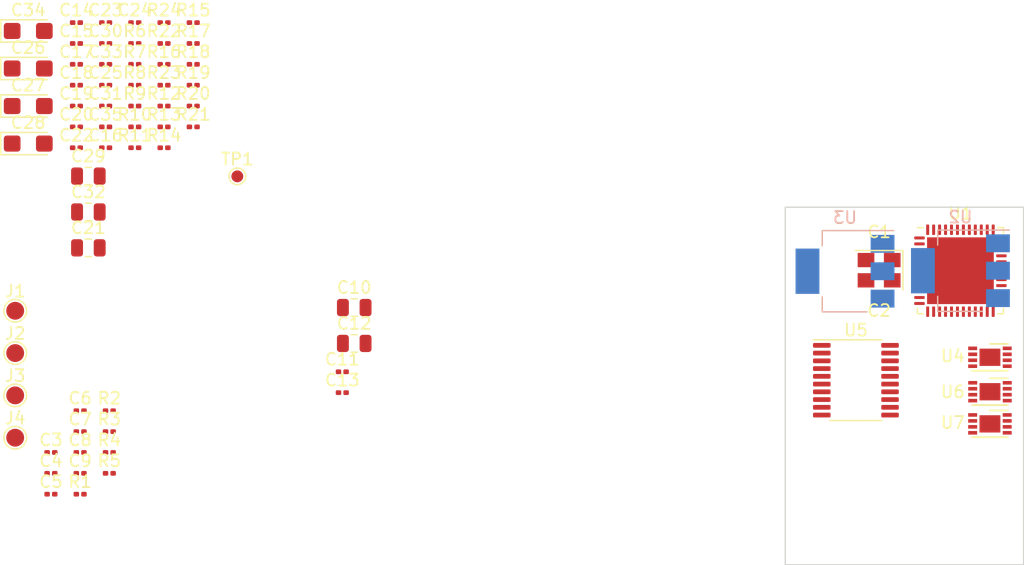
<source format=kicad_pcb>
(kicad_pcb (version 20221018) (generator pcbnew)
  (layers (0 "F.Cu" signal) (31 "B.Cu" signal) (34 "B.Paste" user) (35 "F.Paste" user) (36 "B.SilkS" user "B.Silkscreen") (37 "F.SilkS" user "F.Silkscreen") (38 "B.Mask" user) (39 "F.Mask" user) (44 "Edge.Cuts" user))
  (net 0 "")
  (net 1 "/MCU/X1")
  (net 2 "GND")
  (net 3 "/MCU/X2")
  (net 4 "+3V3")
  (net 5 "/MCU/VDDA")
  (net 6 "VDC")
  (net 7 "+5V")
  (net 8 "Net-(U6A-+)")
  (net 9 "Net-(U6B-+)")
  (net 10 "Net-(C20-Pad1)")
  (net 11 "/Filtering/AUDIO_OUT_FILT")
  (net 12 "/Filtering/AUDIO_IN_FILT")
  (net 13 "Net-(C24-Pad1)")
  (net 14 "Net-(U7B-+)")
  (net 15 "Net-(U4B-+)")
  (net 16 "Net-(U4A-+)")
  (net 17 "/MCU/~{RST}")
  (net 18 "/MCU/SWCLK")
  (net 19 "/MCU/SWDIO")
  (net 20 "/MCU/VERSION_SET")
  (net 21 "/MCU/BOOT0")
  (net 22 "/MCU/PTT_IN")
  (net 23 "/Filtering/AUDIO_OUT")
  (net 24 "/Filtering/AUDIO_IN")
  (net 25 "Net-(C28-Pad1)")
  (net 26 "Net-(U7A--)")
  (net 27 "/Filtering/BASEBAND_IN")
  (net 28 "VDD")
  (net 29 "/MCU/BASEBAND_IN_FILT")
  (net 30 "/MCU/AUDIO_IN_FILT")
  (net 31 "/MCU/BASEBAND_OUT")
  (net 32 "/MCU/AUDIO_OUT")
  (net 33 "/MCU/AUDIO_OUT_MUTE")
  (net 34 "/MCU/MCU_TX")
  (net 35 "/MCU/MCU_RX")
  (net 36 "/MCU/PTT_OUT")
  (net 37 "Net-(U4A--)")
  (net 38 "/Filtering/BASEBAND_IN_FILT")
  (net 39 "Net-(U7B--)")
  (net 40 "/Filtering/I2C_SCL")
  (net 41 "/Filtering/I2C_SDA")
  (net 42 "/Filtering/BASEBAND_OUT")
  (net 43 "/Filtering/BASEBAND_OUT_FILT")
  (net 44 "Net-(C14-Pad1)")
  (net 45 "Net-(C15-Pad1)")
  (net 46 "Net-(C16-Pad2)")
  (net 47 "Net-(C19-Pad1)")
  (net 48 "Net-(U5A-P0A)")
  (net 49 "Net-(U5B-P1A)")
  (net 50 "Net-(U5A-P0W)")
  (net 51 "Net-(U5B-P1W)")
  (net 52 "Net-(C26-Pad1)")
  (net 53 "Net-(C27-Pad2)")
  (net 54 "Net-(C29-Pad1)")
  (net 55 "Net-(C31-Pad1)")
  (net 56 "Net-(U1-PC13)")
  (net 57 "Net-(U5D-P3A)")
  (net 58 "Net-(U5D-P3B)")
  (net 59 "Net-(U5E-~{RESET})")
  (net 89 "Net-(U5C-P2W)")
  (footprint "Resistor_SMD:R_0201_0603Metric" (layer "F.Cu") (at 127.87 43.26)
    (fp_text reference "R13" (at 0 -1.05) (layer "F.SilkS"))
    (fp_text value "39k")
    (pad "1" smd roundrect (at -0.32 0) (size 0.46 0.4) (layers "F.Cu" "F.Mask") (net 46 "Net-(C16-Pad2)"))
    (pad "2" smd roundrect (at 0.32 0) (size 0.46 0.4) (layers "F.Cu" "F.Mask") (net 13 "Net-(C24-Pad1)"))
  )
  (footprint "Capacitor_SMD:C_0201_0603Metric" (layer "F.Cu") (at 120.52 41.51)
    (fp_text reference "C19" (at 0 -1.05) (layer "F.SilkS"))
    (fp_text value "10n")
    (pad "1" smd roundrect (at -0.32 0) (size 0.46 0.4) (layers "F.Cu" "F.Mask") (net 47 "Net-(C19-Pad1)"))
    (pad "2" smd roundrect (at 0.32 0) (size 0.46 0.4) (layers "F.Cu" "F.Mask") (net 48 "Net-(U5A-P0A)"))
  )
  (footprint "Capacitor_SMD:C_0201_0603Metric" (layer "F.Cu") (at 122.97 41.51)
    (fp_text reference "C31" (at 0 -1.05) (layer "F.SilkS"))
    (fp_text value "10n")
    (pad "1" smd roundrect (at -0.32 0) (size 0.46 0.4) (layers "F.Cu" "F.Mask") (net 55 "Net-(C31-Pad1)"))
    (pad "2" smd roundrect (at 0.32 0) (size 0.46 0.4) (layers "F.Cu" "F.Mask") (net 39 "Net-(U7B--)"))
  )
  (footprint "Capacitor_Tantalum_SMD:CP_EIA-3216-18_Kemet-A" (layer "F.Cu") (at 116.475 44.66)
    (fp_text reference "C28" (at 0 -1.75) (layer "F.SilkS"))
    (fp_text value "22u")
    (fp_line (start -2.31 -0.935) (end -2.31 0.935) (stroke (width 0.12)) (layer "F.SilkS"))
    (fp_line (start -2.31 0.935) (end 1.6 0.935) (stroke (width 0.12)) (layer "F.SilkS"))
    (fp_line (start 1.6 -0.935) (end -2.31 -0.935) (stroke (width 0.12)) (layer "F.SilkS"))
    (pad "1" smd roundrect (at -1.35 0) (size 1.4 1.35) (layers "F.Cu" "F.Paste" "F.Mask") (roundrect_rratio 0.185185) (net 25 "Net-(C28-Pad1)"))
    (pad "2" smd roundrect (at 1.35 0) (size 1.4 1.35) (layers "F.Cu" "F.Paste" "F.Mask") (roundrect_rratio 0.185185) (net 2 "GND"))
  )
  (footprint "Resistor_SMD:R_0201_0603Metric" (layer "F.Cu") (at 120.83 74.08)
    (fp_text reference "R1" (at 0 -1.05) (layer "F.SilkS"))
    (fp_text value "36k")
    (pad "1" smd roundrect (at -0.32 0) (size 0.46 0.4) (layers "F.Cu" "F.Mask") (net 20 "/MCU/VERSION_SET"))
    (pad "2" smd roundrect (at 0.32 0) (size 0.46 0.4) (layers "F.Cu" "F.Mask") (net 4 "+3V3"))
  )
  (footprint "Resistor_SMD:R_0201_0603Metric" (layer "F.Cu") (at 125.42 43.26)
    (fp_text reference "R10" (at 0 -1.05) (layer "F.SilkS"))
    (fp_text value "7k5")
    (pad "1" smd roundrect (at -0.32 0) (size 0.46 0.4) (layers "F.Cu" "F.Mask") (net 47 "Net-(C19-Pad1)"))
    (pad "2" smd roundrect (at 0.32 0) (size 0.46 0.4) (layers "F.Cu" "F.Mask") (net 8 "Net-(U6A-+)"))
  )
  (footprint "Resistor_SMD:R_0201_0603Metric" (layer "F.Cu") (at 123.28 72.33)
    (fp_text reference "R5" (at 0 -1.05) (layer "F.SilkS"))
    (fp_text value "10R")
    (pad "1" smd roundrect (at -0.32 0) (size 0.46 0.4) (layers "F.Cu" "F.Mask") (net 5 "/MCU/VDDA"))
    (pad "2" smd roundrect (at 0.32 0) (size 0.46 0.4) (layers "F.Cu" "F.Mask") (net 4 "+3V3"))
  )
  (footprint "Resistor_SMD:R_0201_0603Metric" (layer "F.Cu") (at 130.32 41.51)
    (fp_text reference "R20" (at 0 -1.05) (layer "F.SilkS"))
    (fp_text value "22k")
    (pad "1" smd roundrect (at -0.32 0) (size 0.46 0.4) (layers "F.Cu" "F.Mask") (net 28 "VDD"))
    (pad "2" smd roundrect (at 0.32 0) (size 0.46 0.4) (layers "F.Cu" "F.Mask") (net 25 "Net-(C28-Pad1)"))
  )
  (footprint "Resistor_SMD:R_0201_0603Metric" (layer "F.Cu") (at 127.87 38.01)
    (fp_text reference "R16" (at 0 -1.05) (layer "F.SilkS"))
    (fp_text value "10k")
    (pad "1" smd roundrect (at -0.32 0) (size 0.46 0.4) (layers "F.Cu" "F.Mask") (net 4 "+3V3"))
    (pad "2" smd roundrect (at 0.32 0) (size 0.46 0.4) (layers "F.Cu" "F.Mask") (net 59 "Net-(U5E-~{RESET})"))
  )
  (footprint "Resistor_SMD:R_0201_0603Metric" (layer "F.Cu") (at 130.32 38.01)
    (fp_text reference "R18" (at 0 -1.05) (layer "F.SilkS"))
    (fp_text value "0")
    (pad "1" smd roundrect (at -0.32 0) (size 0.46 0.4) (layers "F.Cu" "F.Mask") (net 27 "/Filtering/BASEBAND_IN"))
    (pad "2" smd roundrect (at 0.32 0) (size 0.46 0.4) (layers "F.Cu" "F.Mask") (net 53 "Net-(C27-Pad2)"))
  )
  (footprint "Resistor_SMD:R_0201_0603Metric" (layer "F.Cu") (at 125.42 41.51)
    (fp_text reference "R9" (at 0 -1.05) (layer "F.SilkS"))
    (fp_text value "13k")
    (pad "1" smd roundrect (at -0.32 0) (size 0.46 0.4) (layers "F.Cu" "F.Mask") (net 45 "Net-(C15-Pad1)"))
    (pad "2" smd roundrect (at 0.32 0) (size 0.46 0.4) (layers "F.Cu" "F.Mask") (net 10 "Net-(C20-Pad1)"))
  )
  (footprint "Resistor_SMD:R_0201_0603Metric" (layer "F.Cu") (at 123.28 70.58)
    (fp_text reference "R4" (at 0 -1.05) (layer "F.SilkS"))
    (fp_text value "10k")
    (pad "1" smd roundrect (at -0.32 0) (size 0.46 0.4) (layers "F.Cu" "F.Mask") (net 22 "/MCU/PTT_IN"))
    (pad "2" smd roundrect (at 0.32 0) (size 0.46 0.4) (layers "F.Cu" "F.Mask") (net 56 "Net-(U1-PC13)"))
  )
  (footprint "Capacitor_SMD:C_0201_0603Metric" (layer "F.Cu") (at 120.52 38.01)
    (fp_text reference "C17" (at 0 -1.05) (layer "F.SilkS"))
    (fp_text value "1n5")
    (pad "1" smd roundrect (at -0.32 0) (size 0.46 0.4) (layers "F.Cu" "F.Mask") (net 8 "Net-(U6A-+)"))
    (pad "2" smd roundrect (at 0.32 0) (size 0.46 0.4) (layers "F.Cu" "F.Mask") (net 2 "GND"))
  )
  (footprint "Capacitor_SMD:C_0201_0603Metric" (layer "F.Cu") (at 120.83 68.83)
    (fp_text reference "C7" (at 0 -1.05) (layer "F.SilkS"))
    (fp_text value "100n")
    (pad "1" smd roundrect (at -0.32 0) (size 0.46 0.4) (layers "F.Cu" "F.Mask") (net 4 "+3V3"))
    (pad "2" smd roundrect (at 0.32 0) (size 0.46 0.4) (layers "F.Cu" "F.Mask") (net 2 "GND"))
  )
  (footprint "Capacitor_Tantalum_SMD:CP_EIA-3216-18_Kemet-A" (layer "F.Cu") (at 116.475 35.21)
    (fp_text reference "C34" (at 0 -1.75) (layer "F.SilkS"))
    (fp_text value "22u")
    (fp_line (start -2.31 -0.935) (end -2.31 0.935) (stroke (width 0.12)) (layer "F.SilkS"))
    (fp_line (start -2.31 0.935) (end 1.6 0.935) (stroke (width 0.12)) (layer "F.SilkS"))
    (fp_line (start 1.6 -0.935) (end -2.31 -0.935) (stroke (width 0.12)) (layer "F.SilkS"))
    (pad "1" smd roundrect (at -1.35 0) (size 1.4 1.35) (layers "F.Cu" "F.Paste" "F.Mask") (roundrect_rratio 0.185185) (net 39 "Net-(U7B--)"))
    (pad "2" smd roundrect (at 1.35 0) (size 1.4 1.35) (layers "F.Cu" "F.Paste" "F.Mask") (roundrect_rratio 0.185185) (net 43 "/Filtering/BASEBAND_OUT_FILT"))
  )
  (footprint "Capacitor_SMD:C_0201_0603Metric" (layer "F.Cu") (at 142.83 65.56)
    (fp_text reference "C13" (at 0 -1.05) (layer "F.SilkS"))
    (fp_text value "100n")
    (pad "1" smd roundrect (at -0.32 0) (size 0.46 0.4) (layers "F.Cu" "F.Mask") (net 7 "+5V"))
    (pad "2" smd roundrect (at 0.32 0) (size 0.46 0.4) (layers "F.Cu" "F.Mask") (net 2 "GND"))
  )
  (footprint "Resistor_SMD:R_0201_0603Metric" (layer "F.Cu") (at 130.32 43.26)
    (fp_text reference "R21" (at 0 -1.05) (layer "F.SilkS"))
    (fp_text value "22k")
    (pad "1" smd roundrect (at -0.32 0) (size 0.46 0.4) (layers "F.Cu" "F.Mask") (net 25 "Net-(C28-Pad1)"))
    (pad "2" smd roundrect (at 0.32 0) (size 0.46 0.4) (layers "F.Cu" "F.Mask") (net 2 "GND"))
  )
  (footprint "Capacitor_SMD:C_0201_0603Metric" (layer "F.Cu") (at 125.42 34.51)
    (fp_text reference "C24" (at 0 -1.05) (layer "F.SilkS"))
    (fp_text value "10n")
    (pad "1" smd roundrect (at -0.32 0) (size 0.46 0.4) (layers "F.Cu" "F.Mask") (net 13 "Net-(C24-Pad1)"))
    (pad "2" smd roundrect (at 0.32 0) (size 0.46 0.4) (layers "F.Cu" "F.Mask") (net 2 "GND"))
  )
  (footprint "Resistor_SMD:R_0201_0603Metric" (layer "F.Cu") (at 127.87 34.51)
    (fp_text reference "R24" (at 0 -1.05) (layer "F.SilkS"))
    (fp_text value "3k9")
    (pad "1" smd roundrect (at -0.32 0) (size 0.46 0.4) (layers "F.Cu" "F.Mask") (net 55 "Net-(C31-Pad1)"))
    (pad "2" smd roundrect (at 0.32 0) (size 0.46 0.4) (layers "F.Cu" "F.Mask") (net 14 "Net-(U7B-+)"))
  )
  (footprint "Resistor_SMD:R_0201_0603Metric" (layer "F.Cu") (at 127.87 45.01)
    (fp_text reference "R14" (at 0 -1.05) (layer "F.SilkS"))
    (fp_text value "3k3")
    (pad "1" smd roundrect (at -0.32 0) (size 0.46 0.4) (layers "F.Cu" "F.Mask") (net 13 "Net-(C24-Pad1)"))
    (pad "2" smd roundrect (at 0.32 0) (size 0.46 0.4) (layers "F.Cu" "F.Mask") (net 57 "Net-(U5D-P3A)"))
  )
  (footprint "Resistor_SMD:R_0201_0603Metric" (layer "F.Cu") (at 125.42 39.76)
    (fp_text reference "R8" (at 0 -1.05) (layer "F.SilkS"))
    (fp_text value "13k")
    (pad "1" smd roundrect (at -0.32 0) (size 0.46 0.4) (layers "F.Cu" "F.Mask") (net 44 "Net-(C14-Pad1)"))
    (pad "2" smd roundrect (at 0.32 0) (size 0.46 0.4) (layers "F.Cu" "F.Mask") (net 47 "Net-(C19-Pad1)"))
  )
  (footprint "Resistor_SMD:R_0201_0603Metric" (layer "F.Cu") (at 123.28 68.83)
    (fp_text reference "R3" (at 0 -1.05) (layer "F.SilkS"))
    (fp_text value "10k")
    (pad "1" smd roundrect (at -0.32 0) (size 0.46 0.4) (layers "F.Cu" "F.Mask") (net 2 "GND"))
    (pad "2" smd roundrect (at 0.32 0) (size 0.46 0.4) (layers "F.Cu" "F.Mask") (net 21 "/MCU/BOOT0"))
  )
  (footprint "Resistor_SMD:R_0201_0603Metric" (layer "F.Cu") (at 125.42 45.01)
    (fp_text reference "R11" (at 0 -1.05) (layer "F.SilkS"))
    (fp_text value "7k5")
    (pad "1" smd roundrect (at -0.32 0) (size 0.46 0.4) (layers "F.Cu" "F.Mask") (net 10 "Net-(C20-Pad1)"))
    (pad "2" smd roundrect (at 0.32 0) (size 0.46 0.4) (layers "F.Cu" "F.Mask") (net 9 "Net-(U6B-+)"))
  )
  (footprint "Capacitor_Tantalum_SMD:CP_EIA-3216-18_Kemet-A" (layer "F.Cu") (at 116.475 38.36)
    (fp_text reference "C26" (at 0 -1.75) (layer "F.SilkS"))
    (fp_text value "22u")
    (fp_line (start -2.31 -0.935) (end -2.31 0.935) (stroke (width 0.12)) (layer "F.SilkS"))
    (fp_line (start -2.31 0.935) (end 1.6 0.935) (stroke (width 0.12)) (layer "F.SilkS"))
    (fp_line (start 1.6 -0.935) (end -2.31 -0.935) (stroke (width 0.12)) (layer "F.SilkS"))
    (pad "1" smd roundrect (at -1.35 0) (size 1.4 1.35) (layers "F.Cu" "F.Paste" "F.Mask") (roundrect_rratio 0.185185) (net 52 "Net-(C26-Pad1)"))
    (pad "2" smd roundrect (at 1.35 0) (size 1.4 1.35) (layers "F.Cu" "F.Paste" "F.Mask") (roundrect_rratio 0.185185) (net 2 "GND"))
  )
  (footprint "Capacitor_Tantalum_SMD:CP_EIA-3216-18_Kemet-A" (layer "F.Cu") (at 116.475 41.51)
    (fp_text reference "C27" (at 0 -1.75) (layer "F.SilkS"))
    (fp_text value "22u")
    (fp_line (start -2.31 -0.935) (end -2.31 0.935) (stroke (width 0.12)) (layer "F.SilkS"))
    (fp_line (start -2.31 0.935) (end 1.6 0.935) (stroke (width 0.12)) (layer "F.SilkS"))
    (fp_line (start 1.6 -0.935) (end -2.31 -0.935) (stroke (width 0.12)) (layer "F.SilkS"))
    (pad "1" smd roundrect (at -1.35 0) (size 1.4 1.35) (layers "F.Cu" "F.Paste" "F.Mask") (roundrect_rratio 0.185185) (net 16 "Net-(U4A-+)"))
    (pad "2" smd roundrect (at 1.35 0) (size 1.4 1.35) (layers "F.Cu" "F.Paste" "F.Mask") (roundrect_rratio 0.185185) (net 53 "Net-(C27-Pad2)"))
  )
  (footprint "Capacitor_SMD:C_0805_2012Metric" (layer "F.Cu") (at 121.52 50.4)
    (fp_text reference "C32" (at 0 -1.68) (layer "F.SilkS"))
    (fp_text value "680p")
    (fp_line (start -0.261252 -0.735) (end 0.261252 -0.735) (stroke (width 0.12)) (layer "F.SilkS"))
    (fp_line (start -0.261252 0.735) (end 0.261252 0.735) (stroke (width 0.12)) (layer "F.SilkS"))
    (pad "1" smd roundrect (at -0.95 0) (size 1 1.45) (layers "F.Cu" "F.Paste" "F.Mask") (net 14 "Net-(U7B-+)"))
    (pad "2" smd roundrect (at 0.95 0) (size 1 1.45) (layers "F.Cu" "F.Paste" "F.Mask") (net 2 "GND"))
  )
  (footprint "Capacitor_SMD:C_0201_0603Metric" (layer "F.Cu") (at 122.97 34.51)
    (fp_text reference "C23" (at 0 -1.05) (layer "F.SilkS"))
    (fp_text value "220n")
    (pad "1" smd roundrect (at -0.32 0) (size 0.46 0.4) (layers "F.Cu" "F.Mask") (net 51 "Net-(U5B-P1W)"))
    (pad "2" smd roundrect (at 0.32 0) (size 0.46 0.4) (layers "F.Cu" "F.Mask") (net 12 "/Filtering/AUDIO_IN_FILT"))
  )
  (footprint "Capacitor_SMD:C_0201_0603Metric" (layer "F.Cu") (at 122.97 36.26)
    (fp_text reference "C30" (at 0 -1.05) (layer "F.SilkS"))
    (fp_text value "100n")
    (pad "1" smd roundrect (at -0.32 0) (size 0.46 0.4) (layers "F.Cu" "F.Mask") (net 7 "+5V"))
    (pad "2" smd roundrect (at 0.32 0) (size 0.46 0.4) (layers "F.Cu" "F.Mask") (net 2 "GND"))
  )
  (footprint "Resistor_SMD:R_0201_0603Metric" (layer "F.Cu") (at 130.32 36.26)
    (fp_text reference "R17" (at 0 -1.05) (layer "F.SilkS"))
    (fp_text value "22k")
    (pad "1" smd roundrect (at -0.32 0) (size 0.46 0.4) (layers "F.Cu" "F.Mask") (net 16 "Net-(U4A-+)"))
    (pad "2" smd roundrect (at 0.32 0) (size 0.46 0.4) (layers "F.Cu" "F.Mask") (net 25 "Net-(C28-Pad1)"))
  )
  (footprint "Package_DFN_QFN:DFN-8-1EP_3x2mm_P0.5mm_EP1.75x1.45mm" (layer "F.Cu") (at 197.178 65.483)
    (fp_text reference "U6" (at -3.122 0.012) (layer "F.SilkS"))
    (fp_text value "MCP6002" hide)
    (fp_line (start -1.5 1.125) (end 1.5 1.125) (stroke (width 0.15)) (layer "F.SilkS"))
    (fp_line (start 0 -1.125) (end 1.5 -1.125) (stroke (width 0.15)) (layer "F.SilkS"))
    (pad "1" smd rect (at -1.45 -0.75) (size 0.75 0.3) (layers "F.Cu" "F.Paste" "F.Mask") (net 48 "Net-(U5A-P0A)"))
    (pad "2" smd rect (at -1.45 -0.25) (size 0.75 0.3) (layers "F.Cu" "F.Paste" "F.Mask") (net 48 "Net-(U5A-P0A)"))
    (pad "3" smd rect (at -1.45 0.25) (size 0.75 0.3) (layers "F.Cu" "F.Paste" "F.Mask") (net 8 "Net-(U6A-+)"))
    (pad "4" smd rect (at -1.45 0.75) (size 0.75 0.3) (layers "F.Cu" "F.Paste" "F.Mask") (net 2 "GND"))
    (pad "5" smd rect (at 1.45 0.75) (size 0.75 0.3) (layers "F.Cu" "F.Paste" "F.Mask") (net 9 "Net-(U6B-+)"))
    (pad "6" smd rect (at 1.45 0.25) (size 0.75 0.3) (layers "F.Cu" "F.Paste" "F.Mask") (net 49 "Net-(U5B-P1A)"))
    (pad "7" smd rect (at 1.45 -0.25) (size 0.75 0.3) (layers "F.Cu" "F.Paste" "F.Mask") (net 49 "Net-(U5B-P1A)"))
    (pad "8" smd rect (at 1.45 -0.75) (size 0.75 0.3) (layers "F.Cu" "F.Paste" "F.Mask") (net 7 "+5V"))
    (pad "9" smd rect (at 0 0) (size 1.75 1.45) (layers "F.Cu" "F.Mask") (net 2 "GND"))
  )
  (footprint "Resistor_SMD:R_0201_0603Metric" (layer "F.Cu") (at 127.87 36.26)
    (fp_text reference "R22" (at 0 -1.05) (layer "F.SilkS"))
    (fp_text value "3k3")
    (pad "1" smd roundrect (at -0.32 0) (size 0.46 0.4) (layers "F.Cu" "F.Mask") (net 26 "Net-(U7A--)"))
    (pad "2" smd roundrect (at 0.32 0) (size 0.46 0.4) (layers "F.Cu" "F.Mask") (net 54 "Net-(C29-Pad1)"))
  )
  (footprint "TestPoint:TestPoint_Pad_D1.5mm" (layer "F.Cu") (at 115.38 58.69)
    (fp_text reference "J1" (at 0 -1.648) (layer "F.SilkS"))
    (fp_text value "~")
    (fp_circle (center 0 0) (end 0 0.95) (stroke (width 0.12)) (fill none) (layer "F.SilkS"))
    (pad "1" smd circle (at 0 0) (size 1.5 1.5) (layers "F.Cu" "F.Mask") (net 17 "/MCU/~{RST}"))
  )
  (footprint "Capacitor_SMD:C_0201_0603Metric" (layer "F.Cu") (at 118.38 70.58)
    (fp_text reference "C3" (at 0 -1.05) (layer "F.SilkS"))
    (fp_text value "2u2")
    (pad "1" smd roundrect (at -0.32 0) (size 0.46 0.4) (layers "F.Cu" "F.Mask") (net 4 "+3V3"))
    (pad "2" smd roundrect (at 0.32 0) (size 0.46 0.4) (layers "F.Cu" "F.Mask") (net 2 "GND"))
  )
  (footprint "Capacitor_SMD:C_0805_2012Metric" (layer "F.Cu") (at 121.52 47.39)
    (fp_text reference "C29" (at 0 -1.68) (layer "F.SilkS"))
    (fp_text value "10n")
    (fp_line (start -0.261252 -0.735) (end 0.261252 -0.735) (stroke (width 0.12)) (layer "F.SilkS"))
    (fp_line (start -0.261252 0.735) (end 0.261252 0.735) (stroke (width 0.12)) (layer "F.SilkS"))
    (pad "1" smd roundrect (at -0.95 0) (size 1 1.45) (layers "F.Cu" "F.Paste" "F.Mask") (net 54 "Net-(C29-Pad1)"))
    (pad "2" smd roundrect (at 0.95 0) (size 1 1.45) (layers "F.Cu" "F.Paste" "F.Mask") (net 2 "GND"))
  )
  (footprint "Capacitor_SMD:C_0201_0603Metric" (layer "F.Cu") (at 187.876 57.404)
    (fp_text reference "C2" (at 0 1.27) (layer "F.SilkS"))
    (fp_text value "2p2" hide)
    (pad "1" smd roundrect (at -0.32 0) (size 0.46 0.4) (layers "F.Cu" "F.Mask") (net 3 "/MCU/X2"))
    (pad "2" smd roundrect (at 0.32 0) (size 0.46 0.4) (layers "F.Cu" "F.Mask") (net 2 "GND"))
  )
  (footprint "TestPoint:TestPoint_Pad_D1.5mm" (layer "F.Cu") (at 115.38 69.34)
    (fp_text reference "J4" (at 0 -1.648) (layer "F.SilkS"))
    (fp_text value "~")
    (fp_circle (center 0 0) (end 0 0.95) (stroke (width 0.12)) (fill none) (layer "F.SilkS"))
    (pad "1" smd circle (at 0 0) (size 1.5 1.5) (layers "F.Cu" "F.Mask") (net 2 "GND"))
  )
  (footprint "Package_SO:TSSOP-20_4.4x6.5mm_P0.65mm" (layer "F.Cu") (at 185.928 64.516)
    (fp_text reference "U5" (at 0 -4.2) (layer "F.SilkS"))
    (fp_text value "MCP4451-503-ST" hide)
    (fp_line (start 0 -3.385) (end -3.6 -3.385) (stroke (width 0.12)) (layer "F.SilkS"))
    (fp_line (start 0 -3.385) (end 2.2 -3.385) (stroke (width 0.12)) (layer "F.SilkS"))
    (fp_line (start 0 3.385) (end -2.2 3.385) (stroke (width 0.12)) (layer "F.SilkS"))
    (fp_line (start 0 3.385) (end 2.2 3.385) (stroke (width 0.12)) (layer "F.SilkS"))
    (pad "1" smd roundrect (at -2.8625 -2.925) (size 1.475 0.4) (layers "F.Cu" "F.Paste" "F.Mask") (net 57 "Net-(U5D-P3A)"))
    (pad "2" smd roundrect (at -2.8625 -2.275) (size 1.475 0.4) (layers "F.Cu" "F.Paste" "F.Mask") (net 37 "Net-(U4A--)"))
    (pad "3" smd roundrect (at -2.8625 -1.625) (size 1.475 0.4) (layers "F.Cu" "F.Paste" "F.Mask") (net 58 "Net-(U5D-P3B)"))
    (pad "4" smd roundrect (at -2.8625 -0.975) (size 1.475 0.4) (layers "F.Cu" "F.Paste" "F.Mask") (net 2 "GND"))
    (pad "5" smd roundrect (at -2.8625 -0.325) (size 1.475 0.4) (layers "F.Cu" "F.Paste" "F.Mask") (net 40 "/Filtering/I2C_SCL"))
    (pad "6" smd roundrect (at -2.8625 0.325) (size 1.475 0.4) (layers "F.Cu" "F.Paste" "F.Mask") (net 41 "/Filtering/I2C_SDA"))
    (pad "7" smd roundrect (at -2.8625 0.975) (size 1.475 0.4) (layers "F.Cu" "F.Paste" "F.Mask") (net 2 "GND"))
    (pad "8" smd roundrect (at -2.8625 1.625) (size 1.475 0.4) (layers "F.Cu" "F.Paste" "F.Mask") (net 2 "GND"))
    (pad "9" smd roundrect (at -2.8625 2.275) (size 1.475 0.4) (layers "F.Cu" "F.Paste" "F.Mask") (net 51 "Net-(U5B-P1W)"))
    (pad "10" smd roundrect (at -2.8625 2.925) (size 1.475 0.4) (layers "F.Cu" "F.Paste" "F.Mask") (net 49 "Net-(U5B-P1A)"))
    (pad "11" smd roundrect (at 2.8625 2.925) (size 1.475 0.4) (layers "F.Cu" "F.Paste" "F.Mask") (net 48 "Net-(U5A-P0A)"))
    (pad "12" smd roundrect (at 2.8625 2.275) (size 1.475 0.4) (layers "F.Cu" "F.Paste" "F.Mask") (net 50 "Net-(U5A-P0W)"))
    (pad "13" smd roundrect (at 2.8625 1.625) (size 1.475 0.4) (layers "F.Cu" "F.Paste" "F.Mask") (net 2 "GND"))
    (pad "14" smd roundrect (at 2.8625 0.975) (size 1.475 0.4) (layers "F.Cu" "F.Paste" "F.Mask"))
    (pad "15" smd roundrect (at 2.8625 0.325) (size 1.475 0.4) (layers "F.Cu" "F.Paste" "F.Mask") (net 59 "Net-(U5E-~{RESET})"))
    (pad "16" smd roundrect (at 2.8625 -0.325) (size 1.475 0.4) (layers "F.Cu" "F.Paste" "F.Mask") (net 2 "GND"))
    (pad "17" smd roundrect (at 2.8625 -0.975) (size 1.475 0.4) (layers "F.Cu" "F.Paste" "F.Mask") (net 4 "+3V3"))
    (pad "18" smd roundrect (at 2.8625 -1.625) (size 1.475 0.4) (layers "F.Cu" "F.Paste" "F.Mask") (net 2 "GND"))
    (pad "19" smd roundrect (at 2.8625 -2.275) (size 1.475 0.4) (layers "F.Cu" "F.Paste" "F.Mask") (net 89 "Net-(U5C-P2W)"))
    (pad "20" smd roundrect (at 2.8625 -2.925) (size 1.475 0.4) (layers "F.Cu" "F.Paste" "F.Mask") (net 42 "/Filtering/BASEBAND_OUT"))
  )
  (footprint "Package_DFN_QFN:DFN-8-1EP_3x2mm_P0.5mm_EP1.75x1.45mm" (layer "F.Cu") (at 197.1745 62.5925)
    (fp_text reference "U4" (at -3.1185 -0.1085) (layer "F.SilkS"))
    (fp_text value "MCP6002" hide)
    (fp_line (start -1.5 1.125) (end 1.5 1.125) (stroke (width 0.15)) (layer "F.SilkS"))
    (fp_line (start 0 -1.125) (end 1.5 -1.125) (stroke (width 0.15)) (layer "F.SilkS"))
    (pad "1" smd rect (at -1.45 -0.75) (size 0.75 0.3) (layers "F.Cu" "F.Paste" "F.Mask") (net 57 "Net-(U5D-P3A)"))
    (pad "2" smd rect (at -1.45 -0.25) (size 0.75 0.3) (layers "F.Cu" "F.Paste" "F.Mask") (net 37 "Net-(U4A--)"))
    (pad "3" smd rect (at -1.45 0.25) (size 0.75 0.3) (layers "F.Cu" "F.Paste" "F.Mask") (net 16 "Net-(U4A-+)"))
    (pad "4" smd rect (at -1.45 0.75) (size 0.75 0.3) (layers "F.Cu" "F.Paste" "F.Mask") (net 2 "GND"))
    (pad "5" smd rect (at 1.45 0.75) (size 0.75 0.3) (layers "F.Cu" "F.Paste" "F.Mask") (net 15 "Net-(U4B-+)"))
    (pad "6" smd rect (at 1.45 0.25) (size 0.75 0.3) (layers "F.Cu" "F.Paste" "F.Mask") (net 38 "/Filtering/BASEBAND_IN_FILT"))
    (pad "7" smd rect (at 1.45 -0.25) (size 0.75 0.3) (layers "F.Cu" "F.Paste" "F.Mask") (net 38 "/Filtering/BASEBAND_IN_FILT"))
    (pad "8" smd rect (at 1.45 -0.75) (size 0.75 0.3) (layers "F.Cu" "F.Paste" "F.Mask") (net 7 "+5V"))
    (pad "9" smd rect (at 0 0) (size 1.75 1.45) (layers "F.Cu" "F.Mask") (net 2 "GND"))
  )
  (footprint "Capacitor_SMD:C_0201_0603Metric" (layer "F.Cu") (at 120.83 67.08)
    (fp_text reference "C6" (at 0 -1.05) (layer "F.SilkS"))
    (fp_text value "100n")
    (pad "1" smd roundrect (at -0.32 0) (size 0.46 0.4) (layers "F.Cu" "F.Mask") (net 4 "+3V3"))
    (pad "2" smd roundrect (at 0.32 0) (size 0.46 0.4) (layers "F.Cu" "F.Mask") (net 2 "GND"))
  )
  (footprint "TestPoint:TestPoint_Pad_D1.5mm" (layer "F.Cu") (at 115.38 65.79)
    (fp_text reference "J3" (at 0 -1.648) (layer "F.SilkS"))
    (fp_text value "~")
    (fp_circle (center 0 0) (end 0 0.95) (stroke (width 0.12)) (fill none) (layer "F.SilkS"))
    (pad "1" smd circle (at 0 0) (size 1.5 1.5) (layers "F.Cu" "F.Mask") (net 19 "/MCU/SWDIO"))
  )
  (footprint "Package_DFN_QFN:DFN-8-1EP_3x2mm_P0.5mm_EP1.75x1.45mm" (layer "F.Cu") (at 197.1745 68.1805)
    (fp_text reference "U7" (at -3.1185 -0.1085) (layer "F.SilkS"))
    (fp_text value "MCP6002" hide)
    (fp_line (start -1.5 1.125) (end 1.5 1.125) (stroke (width 0.15)) (layer "F.SilkS"))
    (fp_line (start 0 -1.125) (end 1.5 -1.125) (stroke (width 0.15)) (layer "F.SilkS"))
    (pad "1" smd rect (at -1.45 -0.75) (size 0.75 0.3) (layers "F.Cu" "F.Paste" "F.Mask") (net 26 "Net-(U7A--)"))
    (pad "2" smd rect (at -1.45 -0.25) (size 0.75 0.3) (layers "F.Cu" "F.Paste" "F.Mask") (net 26 "Net-(U7A--)"))
    (pad "3" smd rect (at -1.45 0.25) (size 0.75 0.3) (layers "F.Cu" "F.Paste" "F.Mask") (net 89 "Net-(U5C-P2W)"))
    (pad "4" smd rect (at -1.45 0.75) (size 0.75 0.3) (layers "F.Cu" "F.Paste" "F.Mask") (net 2 "GND"))
    (pad "5" smd rect (at 1.45 0.75) (size 0.75 0.3) (layers "F.Cu" "F.Paste" "F.Mask") (net 14 "Net-(U7B-+)"))
    (pad "6" smd rect (at 1.45 0.25) (size 0.75 0.3) (layers "F.Cu" "F.Paste" "F.Mask") (net 39 "Net-(U7B--)"))
    (pad "7" smd rect (at 1.45 -0.25) (size 0.75 0.3) (layers "F.Cu" "F.Paste" "F.Mask") (net 39 "Net-(U7B--)"))
    (pad "8" smd rect (at 1.45 -0.75) (size 0.75 0.3) (layers "F.Cu" "F.Paste" "F.Mask") (net 7 "+5V"))
    (pad "9" smd rect (at 0 0) (size 1.75 1.45) (layers "F.Cu" "F.Mask") (net 2 "GND"))
  )
  (footprint "Capacitor_SMD:C_0805_2012Metric" (layer "F.Cu") (at 143.83 58.42)
    (fp_text reference "C10" (at 0 -1.68) (layer "F.SilkS"))
    (fp_text value "22u/25V")
    (fp_line (start -0.261252 -0.735) (end 0.261252 -0.735) (stroke (width 0.12)) (layer "F.SilkS"))
    (fp_line (start -0.261252 0.735) (end 0.261252 0.735) (stroke (width 0.12)) (layer "F.SilkS"))
    (pad "1" smd roundrect (at -0.95 0) (size 1 1.45) (layers "F.Cu" "F.Paste" "F.Mask") (net 6 "VDC"))
    (pad "2" smd roundrect (at 0.95 0) (size 1 1.45) (layers "F.Cu" "F.Paste" "F.Mask") (net 2 "GND"))
  )
  (footprint "Capacitor_SMD:C_0201_0603Metric" (layer "F.Cu") (at 120.52 39.76)
    (fp_text reference "C18" (at 0 -1.05) (layer "F.SilkS"))
    (fp_text value "1n5")
    (pad "1" smd roundrect (at -0.32 0) (size 0.46 0.4) (layers "F.Cu" "F.Mask") (net 9 "Net-(U6B-+)"))
    (pad "2" smd roundrect (at 0.32 0) (size 0.46 0.4) (layers "F.Cu" "F.Mask") (net 2 "GND"))
  )
  (footprint "Package_DFN_QFN:QFN-48-1EP_7x7mm_P0.5mm_EP5.6x5.6mm" (layer "F.Cu") (at 194.6995 55.328)
    (fp_text reference "U1" (at 0 -4.82) (layer "F.SilkS"))
    (fp_text value "STM32G473CCUx" hide)
    (fp_line (start -3.61 3.61) (end -3.61 3.135) (stroke (width 0.12)) (layer "F.SilkS"))
    (fp_line (start -3.135 -3.61) (end -3.61 -3.61) (stroke (width 0.12)) (layer "F.SilkS"))
    (fp_line (start -3.135 3.61) (end -3.61 3.61) (stroke (width 0.12)) (layer "F.SilkS"))
    (fp_line (start 3.135 -3.61) (end 3.61 -3.61) (stroke (width 0.12)) (layer "F.SilkS"))
    (fp_line (start 3.135 3.61) (end 3.61 3.61) (stroke (width 0.12)) (layer "F.SilkS"))
    (fp_line (start 3.61 -3.61) (end 3.61 -3.135) (stroke (width 0.12)) (layer "F.SilkS"))
    (fp_line (start 3.61 3.61) (end 3.61 3.135) (stroke (width 0.12)) (layer "F.SilkS"))
    (pad "1" smd roundrect (at -3.4375 -2.75) (size 0.875 0.25) (layers "F.Cu" "F.Paste" "F.Mask"))
    (pad "2" smd roundrect (at -3.4375 -2.25) (size 0.875 0.25) (layers "F.Cu" "F.Paste" "F.Mask") (net 56 "Net-(U1-PC13)"))
    (pad "3" smd roundrect (at -3.4375 -1.75) (size 0.875 0.25) (layers "F.Cu" "F.Paste" "F.Mask"))
    (pad "4" smd roundrect (at -3.4375 -1.25) (size 0.875 0.25) (layers "F.Cu" "F.Paste" "F.Mask"))
    (pad "5" smd roundrect (at -3.4375 -0.75) (size 0.875 0.25) (layers "F.Cu" "F.Paste" "F.Mask") (net 1 "/MCU/X1"))
    (pad "6" smd roundrect (at -3.4375 -0.25) (size 0.875 0.25) (layers "F.Cu" "F.Paste" "F.Mask") (net 3 "/MCU/X2"))
    (pad "7" smd roundrect (at -3.4375 0.25) (size 0.875 0.25) (layers "F.Cu" "F.Paste" "F.Mask") (net 17 "/MCU/~{RST}"))
    (pad "8" smd roundrect (at -3.4375 0.75) (size 0.875 0.25) (layers "F.Cu" "F.Paste" "F.Mask"))
    (pad "9" smd roundrect (at -3.4375 1.25) (size 0.875 0.25) (layers "F.Cu" "F.Paste" "F.Mask") (net 29 "/MCU/BASEBAND_IN_FILT"))
    (pad "10" smd roundrect (at -3.4375 1.75) (size 0.875 0.25) (layers "F.Cu" "F.Paste" "F.Mask") (net 30 "/MCU/AUDIO_IN_FILT"))
    (pad "11" smd roundrect (at -3.4375 2.25) (size 0.875 0.25) (layers "F.Cu" "F.Paste" "F.Mask") (net 20 "/MCU/VERSION_SET"))
    (pad "12" smd roundrect (at -3.4375 2.75) (size 0.875 0.25) (layers "F.Cu" "F.Paste" "F.Mask") (net 31 "/MCU/BASEBAND_OUT"))
    (pad "13" smd roundrect (at -2.75 3.4375) (size 0.25 0.875) (layers "F.Cu" "F.Paste" "F.Mask") (net 32 "/MCU/AUDIO_OUT"))
    (pad "14" smd roundrect (at -2.25 3.4375) (size 0.25 0.875) (layers "F.Cu" "F.Paste" "F.Mask") (net 36 "/MCU/PTT_OUT"))
    (pad "15" smd roundrect (at -1.75 3.4375) (size 0.25 0.875) (layers "F.Cu" "F.Paste" "F.Mask"))
    (pad "16" smd roundrect (at -1.25 3.4375) (size 0.25 0.875) (layers "F.Cu" "F.Paste" "F.Mask"))
    (pad "17" smd roundrect (at -0.75 3.4375) (size 0.25 0.875) (layers "F.Cu" "F.Paste" "F.Mask"))
    (pad "18" smd roundrect (at -0.25 3.4375) (size 0.25 0.875) (layers "F.Cu" "F.Paste" "F.Mask") (net 33 "/MCU/AUDIO_OUT_MUTE"))
    (pad "19" smd roundrect (at 0.25 3.4375) (size 0.25 0.875) (layers "F.Cu" "F.Paste" "F.Mask"))
    (pad "20" smd roundrect (at 0.75 3.4375) (size 0.25 0.875) (layers "F.Cu" "F.Paste" "F.Mask"))
    (pad "21" smd roundrect (at 1.25 3.4375) (size 0.25 0.875) (layers "F.Cu" "F.Paste" "F.Mask") (net 5 "/MCU/VDDA"))
    (pad "22" smd roundrect (at 1.75 3.4375) (size 0.25 0.875) (layers "F.Cu" "F.Paste" "F.Mask"))
    (pad "23" smd roundrect (at 2.25 3.4375) (size 0.25 0.875) (layers "F.Cu" "F.Paste" "F.Mask") (net 4 "+3V3"))
    (pad "24" smd roundrect (at 2.75 3.4375) (size 0.25 0.875) (layers "F.Cu" "F.Paste" "F.Mask"))
    (pad "25" smd roundrect (at 3.4375 2.75) (size 0.875 0.25) (layers "F.Cu" "F.Paste" "F.Mask"))
    (pad "26" smd roundrect (at 3.4375 2.25) (size 0.875 0.25) (layers "F.Cu" "F.Paste" "F.Mask"))
    (pad "27" smd roundrect (at 3.4375 1.75) (size 0.875 0.25) (layers "F.Cu" "F.Paste" "F.Mask"))
    (pad "28" smd roundrect (at 3.4375 1.25) (size 0.875 0.25) (layers "F.Cu" "F.Paste" "F.Mask"))
    (pad "29" smd roundrect (at 3.4375 0.75) (size 0.875 0.25) (layers "F.Cu" "F.Paste" "F.Mask"))
    (pad "30" smd roundrect (at 3.4375 0.25) (size 0.875 0.25) (layers "F.Cu" "F.Paste" "F.Mask"))
    (pad "31" smd roundrect (at 3.4375 -0.25) (size 0.875 0.25) (layers "F.Cu" "F.Paste" "F.Mask") (net 34 "/MCU/MCU_TX"))
    (pad "32" smd roundrect (at 3.4375 -0.75) (size 0.875 0.25) (layers "F.Cu" "F.Paste" "F.Mask") (net 35 "/MCU/MCU_RX"))
    (pad "33" smd roundrect (at 3.4375 -1.25) (size 0.875 0.25) (layers "F.Cu" "F.Paste" "F.Mask"))
    (pad "34" smd roundrect (at 3.4375 -1.75) (size 0.875 0.25) (layers "F.Cu" "F.Paste" "F.Mask"))
    (pad "35" smd roundrect (at 3.4375 -2.25) (size 0.875 0.25) (layers "F.Cu" "F.Paste" "F.Mask") (net 4 "+3V3"))
    (pad "36" smd roundrect (at 3.4375 -2.75) (size 0.875 0.25) (layers "F.Cu" "F.Paste" "F.Mask") (net 19 "/MCU/SWDIO"))
    (pad "37" smd roundrect (at 2.75 -3.4375) (size 0.25 0.875) (layers "F.Cu" "F.Paste" "F.Mask") (net 18 "/MCU/SWCLK"))
    (pad "38" smd roundrect (at 2.25 -3.4375) (size 0.25 0.875) (layers "F.Cu" "F.Paste" "F.Mask"))
    (pad "39" smd roundrect (at 1.75 -3.4375) (size 0.25 0.875) (layers "F.Cu" "F.Paste" "F.Mask"))
    (pad "40" smd roundrect (at 1.25 -3.4375) (size 0.25 0.875) (layers "F.Cu" "F.Paste" "F.Mask"))
    (pad "41" smd roundrect (at 0.75 -3.4375) (size 0.25 0.875) (layers "F.Cu" "F.Paste" "F.Mask"))
    (pad "42" smd roundrect (at 0.25 -3.4375) (size 0.25 0.875) (layers "F.Cu" "F.Paste" "F.Mask"))
    (pad "43" smd roundrect (at -0.25 -3.4375) (size 0.25 0.875) (layers "F.Cu" "F.Paste" "F.Mask"))
    (pad "44" smd roundrect (at -0.75 -3.4375) (size 0.25 0.875) (layers "F.Cu" "F.Paste" "F.Mask"))
    (pad "45" smd roundrect (at -1.25 -3.4375) (size 0.25 0.875) (layers "F.Cu" "F.Paste" "F.Mask"))
    (pad "46" smd roundrect (at -1.75 -3.4375) (size 0.25 0.875) (layers "F.Cu" "F.Paste" "F.Mask") (net 21 "/MCU/BOOT0"))
    (pad "47" smd roundrect (at -2.25 -3.4375) (size 0.25 0.875) (layers "F.Cu" "F.Paste" "F.Mask"))
    (pad "48" smd roundrect (at -2.75 -3.4375) (size 0.25 0.875) (layers "F.Cu" "F.Paste" "F.Mask") (net 4 "+3V3"))
    (pad "49" smd rect (at 0 0) (size 5.6 5.6) (layers "F.Cu" "F.Mask") (net 2 "GND"))
  )
  (footprint "Capacitor_SMD:C_0805_2012Metric" (layer "F.Cu") (at 143.83 61.43)
    (fp_text reference "C12" (at 0 -1.68) (layer "F.SilkS"))
    (fp_text value "22u/25V")
    (fp_line (start -0.261252 -0.735) (end 0.261252 -0.735) (stroke (width 0.12)) (layer "F.SilkS"))
    (fp_line (start -0.261252 0.735) (end 0.261252 0.735) (stroke (width 0.12)) (layer "F.SilkS"))
    (pad "1" smd roundrect (at -0.95 0) (size 1 1.45) (layers "F.Cu" "F.Paste" "F.Mask") (net 6 "VDC"))
    (pad "2" smd roundrect (at 0.95 0) (size 1 1.45) (layers "F.Cu" "F.Paste" "F.Mask") (net 2 "GND"))
  )
  (footprint "Resistor_SMD:R_0201_0603Metric" (layer "F.Cu") (at 127.87 39.76)
    (fp_text reference "R23" (at 0 -1.05) (layer "F.SilkS"))
    (fp_text value "39k")
    (pad "1" smd roundrect (at -0.32 0) (size 0.46 0.4) (layers "F.Cu" "F.Mask") (net 54 "Net-(C29-Pad1)"))
    (pad "2" smd roundrect (at 0.32 0) (size 0.46 0.4) (layers "F.Cu" "F.Mask") (net 55 "Net-(C31-Pad1)"))
  )
  (footprint "Capacitor_SMD:C_0201_0603Metric" (layer "F.Cu") (at 120.83 70.58)
    (fp_text reference "C8" (at 0 -1.05) (layer "F.SilkS"))
    (fp_text value "100n")
    (pad "1" smd roundrect (at -0.32 0) (size 0.46 0.4) (layers "F.Cu" "F.Mask") (net 5 "/MCU/VDDA"))
    (pad "2" smd roundrect (at 0.32 0) (size 0.46 0.4) (layers "F.Cu" "F.Mask") (net 2 "GND"))
  )
  (footprint "Capacitor_SMD:C_0201_0603Metric" (layer "F.Cu") (at 122.97 45.01)
    (fp_text reference "C16" (at 0 -1.05) (layer "F.SilkS"))
    (fp_text value "10n")
    (pad "1" smd roundrect (at -0.32 0) (size 0.46 0.4) (layers "F.Cu" "F.Mask") (net 38 "/Filtering/BASEBAND_IN_FILT"))
    (pad "2" smd roundrect (at 0.32 0) (size 0.46 0.4) (layers "F.Cu" "F.Mask") (net 46 "Net-(C16-Pad2)"))
  )
  (footprint "Capacitor_SMD:C_0805_2012Metric" (layer "F.Cu") (at 121.52 53.41)
    (fp_text reference "C21" (at 0 -1.68) (layer "F.SilkS"))
    (fp_text value "680p")
    (fp_line (start -0.261252 -0.735) (end 0.261252 -0.735) (stroke (width 0.12)) (layer "F.SilkS"))
    (fp_line (start -0.261252 0.735) (end 0.261252 0.735) (stroke (width 0.12)) (layer "F.SilkS"))
    (pad "1" smd roundrect (at -0.95 0) (size 1 1.45) (layers "F.Cu" "F.Paste" "F.Mask") (net 15 "Net-(U4B-+)"))
    (pad "2" smd roundrect (at 0.95 0) (size 1 1.45) (layers "F.Cu" "F.Paste" "F.Mask") (net 2 "GND"))
  )
  (footprint "Capacitor_SMD:C_0201_0603Metric" (layer "F.Cu") (at 120.83 72.33)
    (fp_text reference "C9" (at 0 -1.05) (layer "F.SilkS"))
    (fp_text value "1u")
    (pad "1" smd roundrect (at -0.32 0) (size 0.46 0.4) (layers "F.Cu" "F.Mask") (net 2 "GND"))
    (pad "2" smd roundrect (at 0.32 0) (size 0.46 0.4) (layers "F.Cu" "F.Mask") (net 5 "/MCU/VDDA"))
  )
  (footprint "Resistor_SMD:R_0201_0603Metric" (layer "F.Cu") (at 130.32 39.76)
    (fp_text reference "R19" (at 0 -1.05) (layer "F.SilkS"))
    (fp_text value "DNP")
    (pad "1" smd roundrect (at -0.32 0) (size 0.46 0.4) (layers "F.Cu" "F.Mask") (net 53 "Net-(C27-Pad2)"))
    (pad "2" smd roundrect (at 0.32 0) (size 0.46 0.4) (layers "F.Cu" "F.Mask") (net 2 "GND"))
  )
  (footprint "Capacitor_SMD:C_0201_0603Metric" (layer "F.Cu") (at 120.52 34.51)
    (fp_text reference "C14" (at 0 -1.05) (layer "F.SilkS"))
    (fp_text value "10n")
    (pad "1" smd roundrect (at -0.32 0) (size 0.46 0.4) (layers "F.Cu" "F.Mask") (net 44 "Net-(C14-Pad1)"))
    (pad "2" smd roundrect (at 0.32 0) (size 0.46 0.4) (layers "F.Cu" "F.Mask") (net 2 "GND"))
  )
  (footprint "Capacitor_SMD:C_0201_0603Metric" (layer "F.Cu") (at 120.52 45.01)
    (fp_text reference "C22" (at 0 -1.05) (layer "F.SilkS"))
    (fp_text value "220n")
    (pad "1" smd roundrect (at -0.32 0) (size 0.46 0.4) (layers "F.Cu" "F.Mask") (net 50 "Net-(U5A-P0W)"))
    (pad "2" smd roundrect (at 0.32 0) (size 0.46 0.4) (layers "F.Cu" "F.Mask") (net 11 "/Filtering/AUDIO_OUT_FILT"))
  )
  (footprint "Resistor_SMD:R_0201_0603Metric" (layer "F.Cu") (at 127.87 41.51)
    (fp_text reference "R12" (at 0 -1.05) (layer "F.SilkS"))
    (fp_text value "3k9")
    (pad "1" smd roundrect (at -0.32 0) (size 0.46 0.4) (layers "F.Cu" "F.Mask") (net 15 "Net-(U4B-+)"))
    (pad "2" smd roundrect (at 0.32 0) (size 0.46 0.4) (layers "F.Cu" "F.Mask") (net 46 "Net-(C16-Pad2)"))
  )
  (footprint "Capacitor_SMD:C_0201_0603Metric" (layer "F.Cu") (at 122.97 43.26)
    (fp_text reference "C35" (at 0 -1.05) (layer "F.SilkS"))
    (fp_text value "100n")
    (pad "1" smd roundrect (at -0.32 0) (size 0.46 0.4) (layers "F.Cu" "F.Mask") (net 7 "+5V"))
    (pad "2" smd roundrect (at 0.32 0) (size 0.46 0.4) (layers "F.Cu" "F.Mask") (net 2 "GND"))
  )
  (footprint "Capacitor_SMD:C_0201_0603Metric" (layer "F.Cu") (at 118.38 72.33)
    (fp_text reference "C4" (at 0 -1.05) (layer "F.SilkS"))
    (fp_text value "100n")
    (pad "1" smd roundrect (at -0.32 0) (size 0.46 0.4) (layers "F.Cu" "F.Mask") (net 4 "+3V3"))
    (pad "2" smd roundrect (at 0.32 0) (size 0.46 0.4) (layers "F.Cu" "F.Mask") (net 2 "GND"))
  )
  (footprint "Crystal:Crystal_SMD_3225-4Pin_3.2x2.5mm" (layer "F.Cu") (at 187.876 55.284 180)
    (fp_text reference "Y1" hide)
    (fp_text value "8 MHz" hide)
    (fp_line (start -2 -1.65) (end -2 1.65) (stroke (width 0.12)) (layer "F.SilkS"))
    (fp_line (start -2 1.65) (end 2 1.65) (stroke (width 0.12)) (layer "F.SilkS"))
    (pad "1" smd rect (at -1.1 0.85 180) (size 1.4 1.2) (layers "F.Cu" "F.Paste" "F.Mask") (net 1 "/MCU/X1"))
    (pad "2" smd rect (at 1.1 0.85 180) (size 1.4 1.2) (layers "F.Cu" "F.Paste" "F.Mask") (net 2 "GND"))
    (pad "3" smd rect (at 1.1 -0.85 180) (size 1.4 1.2) (layers "F.Cu" "F.Paste" "F.Mask") (net 3 "/MCU/X2"))
    (pad "4" smd rect (at -1.1 -0.85 180) (size 1.4 1.2) (layers "F.Cu" "F.Paste" "F.Mask") (net 2 "GND"))
  )
  (footprint "Resistor_SMD:R_0201_0603Metric" (layer "F.Cu") (at 130.32 34.51)
    (fp_text reference "R15" (at 0 -1.05) (layer "F.SilkS"))
    (fp_text value "2k2")
    (pad "1" smd roundrect (at -0.32 0) (size 0.46 0.4) (layers "F.Cu" "F.Mask") (net 58 "Net-(U5D-P3B)"))
    (pad "2" smd roundrect (at 0.32 0) (size 0.46 0.4) (layers "F.Cu" "F.Mask") (net 52 "Net-(C26-Pad1)"))
  )
  (footprint "TestPoint:TestPoint_Pad_D1.0mm" (layer "F.Cu") (at 134.02 47.41)
    (fp_text reference "TP1" (at 0 -1.448) (layer "F.SilkS"))
    (fp_text value "TP_RX")
    (fp_circle (center 0 0) (end 0 0.7) (stroke (width 0.12)) (fill none) (layer "F.SilkS"))
    (pad "1" smd circle (at 0 0) (size 1 1) (layers "F.Cu" "F.Mask") (net 53 "Net-(C27-Pad2)"))
  )
  (footprint "Capacitor_SMD:C_0201_0603Metric" (layer "F.Cu") (at 120.52 43.26)
    (fp_text reference "C20" (at 0 -1.05) (layer "F.SilkS"))
    (fp_text value "10n")
    (pad "1" smd roundrect (at -0.32 0) (size 0.46 0.4) (layers "F.Cu" "F.Mask") (net 10 "Net-(C20-Pad1)"))
    (pad "2" smd roundrect (at 0.32 0) (size 0.46 0.4) (layers "F.Cu" "F.Mask") (net 49 "Net-(U5B-P1A)"))
  )
  (footprint "Capacitor_SMD:C_0201_0603Metric" (layer "F.Cu") (at 118.38 74.08)
    (fp_text reference "C5" (at 0 -1.05) (layer "F.SilkS"))
    (fp_text value "100n")
    (pad "1" smd roundrect (at -0.32 0) (size 0.46 0.4) (layers "F.Cu" "F.Mask") (net 4 "+3V3"))
    (pad "2" smd roundrect (at 0.32 0) (size 0.46 0.4) (layers "F.Cu" "F.Mask") (net 2 "GND"))
  )
  (footprint "Capacitor_SMD:C_0201_0603Metric" (layer "F.Cu") (at 187.876 53.086 180)
    (fp_text reference "C1" (at 0 1.016) (layer "F.SilkS"))
    (fp_text value "2p2" hide)
    (pad "1" smd roundrect (at -0.32 0 180) (size 0.46 0.4) (layers "F.Cu" "F.Mask") (net 1 "/MCU/X1"))
    (pad "2" smd roundrect (at 0.32 0 180) (size 0.46 0.4) (layers "F.Cu" "F.Mask") (net 2 "GND"))
  )
  (footprint "Resistor_SMD:R_0201_0603Metric" (layer "F.Cu") (at 123.28 67.08)
    (fp_text reference "R2" (at 0 -1.05) (layer "F.SilkS"))
    (fp_text value "12k")
    (pad "1" smd roundrect (at -0.32 0) (size 0.46 0.4) (layers "F.Cu" "F.Mask") (net 2 "GND"))
    (pad "2" smd roundrect (at 0.32 0) (size 0.46 0.4) (layers "F.Cu" "F.Mask") (net 20 "/MCU/VERSION_SET"))
  )
  (footprint "Capacitor_SMD:C_0201_0603Metric" (layer "F.Cu") (at 142.83 63.81)
    (fp_text reference "C11" (at 0 -1.05) (layer "F.SilkS"))
    (fp_text value "100n")
    (pad "1" smd roundrect (at -0.32 0) (size 0.46 0.4) (layers "F.Cu" "F.Mask") (net 4 "+3V3"))
    (pad "2" smd roundrect (at 0.32 0) (size 0.46 0.4) (layers "F.Cu" "F.Mask") (net 2 "GND"))
  )
  (footprint "Capacitor_SMD:C_0201_0603Metric" (layer "F.Cu") (at 122.97 38.01)
    (fp_text reference "C33" (at 0 -1.05) (layer "F.SilkS"))
    (fp_text value "100n")
    (pad "1" smd roundrect (at -0.32 0) (size 0.46 0.4) (layers "F.Cu" "F.Mask") (net 7 "+5V"))
    (pad "2" smd roundrect (at 0.32 0) (size 0.46 0.4) (layers "F.Cu" "F.Mask") (net 2 "GND"))
  )
  (footprint "Resistor_SMD:R_0201_0603Metric" (layer "F.Cu") (at 125.42 36.26)
    (fp_text reference "R6" (at 0 -1.05) (layer "F.SilkS"))
    (fp_text value "4k3")
    (pad "1" smd roundrect (at -0.32 0) (size 0.46 0.4) (layers "F.Cu" "F.Mask") (net 23 "/Filtering/AUDIO_OUT"))
    (pad "2" smd roundrect (at 0.32 0) (size 0.46 0.4) (layers "F.Cu" "F.Mask") (net 44 "Net-(C14-Pad1)"))
  )
  (footprint "TestPoint:TestPoint_Pad_D1.5mm" (layer "F.Cu") (at 115.38 62.24)
    (fp_text reference "J2" (at 0 -1.648) (layer "F.SilkS"))
    (fp_text value "~")
    (fp_circle (center 0 0) (end 0 0.95) (stroke (width 0.12)) (fill none) (layer "F.SilkS"))
    (pad "1" smd circle (at 0 0) (size 1.5 1.5) (layers "F.Cu" "F.Mask") (net 18 "/MCU/SWCLK"))
  )
  (footprint "Capacitor_SMD:C_0201_0603Metric" (layer "F.Cu") (at 120.52 36.26)
    (fp_text reference "C15" (at 0 -1.05) (layer "F.SilkS"))
    (fp_text value "10n")
    (pad "1" smd roundrect (at -0.32 0) (size 0.46 0.4) (layers "F.Cu" "F.Mask") (net 45 "Net-(C15-Pad1)"))
    (pad "2" smd roundrect (at 0.32 0) (size 0.46 0.4) (layers "F.Cu" "F.Mask") (net 2 "GND"))
  )
  (footprint "Resistor_SMD:R_0201_0603Metric" (layer "F.Cu") (at 125.42 38.01)
    (fp_text reference "R7" (at 0 -1.05) (layer "F.SilkS"))
    (fp_text value "4k3")
    (pad "1" smd roundrect (at -0.32 0) (size 0.46 0.4) (layers "F.Cu" "F.Mask") (net 24 "/Filtering/AUDIO_IN"))
    (pad "2" smd roundrect (at 0.32 0) (size 0.46 0.4) (layers "F.Cu" "F.Mask") (net 45 "Net-(C15-Pad1)"))
  )
  (footprint "Capacitor_SMD:C_0201_0603Metric" (layer "F.Cu") (at 122.97 39.76)
    (fp_text reference "C25" (at 0 -1.05) (layer "F.SilkS"))
    (fp_text value "100n")
    (pad "1" smd roundrect (at -0.32 0) (size 0.46 0.4) (layers "F.Cu" "F.Mask") (net 4 "+3V3"))
    (pad "2" smd roundrect (at 0.32 0) (size 0.46 0.4) (layers "F.Cu" "F.Mask") (net 2 "GND"))
  )
  (footprint "Package_TO_SOT_SMD:SOT-223-3_TabPin2" (layer "B.Cu") (at 185.014 55.372 180)
    (fp_text reference "U3" (at 0 4.5) (layer "B.SilkS") (effects (justify mirror)))
    (fp_text value "AMS1117-5.0")
    (fp_line (start -4.1 3.41) (end 1.91 3.41) (stroke (width 0.12)) (layer "B.SilkS"))
    (fp_line (start -1.85 -3.41) (end 1.91 -3.41) (stroke (width 0.12)) (layer "B.SilkS"))
    (fp_line (start 1.91 -3.41) (end 1.91 -2.15) (stroke (width 0.12)) (layer "B.SilkS"))
    (fp_line (start 1.91 3.41) (end 1.91 2.15) (stroke (width 0.12)) (layer "B.SilkS"))
    (pad "1" smd rect (at -3.15 2.3 180) (size 2 1.5) (layers "B.Cu" "B.Paste" "B.Mask") (net 2 "GND"))
    (pad "2" smd rect (at -3.15 0 180) (size 2 1.5) (layers "B.Cu" "B.Paste" "B.Mask") (net 7 "+5V"))
    (pad "2" smd rect (at 3.15 0 180) (size 2 3.8) (layers "B.Cu" "B.Paste" "B.Mask") (net 7 "+5V"))
    (pad "3" smd rect (at -3.15 -2.3 180) (size 2 1.5) (layers "B.Cu" "B.Paste" "B.Mask") (net 6 "VDC"))
  )
  (footprint "Package_TO_SOT_SMD:SOT-223-3_TabPin2" (layer "B.Cu") (at 194.6995 55.328 180)
    (fp_text reference "U2" (at 0 4.5) (layer "B.SilkS") (effects (justify mirror)))
    (fp_text value "AMS1117-3.3")
    (fp_line (start -4.1 3.41) (end 1.91 3.41) (stroke (width 0.12)) (layer "B.SilkS"))
    (fp_line (start -1.85 -3.41) (end 1.91 -3.41) (stroke (width 0.12)) (layer "B.SilkS"))
    (fp_line (start 1.91 -3.41) (end 1.91 -2.15) (stroke (width 0.12)) (layer "B.SilkS"))
    (fp_line (start 1.91 3.41) (end 1.91 2.15) (stroke (width 0.12)) (layer "B.SilkS"))
    (pad "1" smd rect (at -3.15 2.3 180) (size 2 1.5) (layers "B.Cu" "B.Paste" "B.Mask") (net 2 "GND"))
    (pad "2" smd rect (at -3.15 0 180) (size 2 1.5) (layers "B.Cu" "B.Paste" "B.Mask") (net 4 "+3V3"))
    (pad "2" smd rect (at 3.15 0 180) (size 2 3.8) (layers "B.Cu" "B.Paste" "B.Mask") (net 4 "+3V3"))
    (pad "3" smd rect (at -3.15 -2.3 180) (size 2 1.5) (layers "B.Cu" "B.Paste" "B.Mask") (net 6 "VDC"))
  )
  (gr_line (start 200 80) (end 200 50) (stroke (width 0.1)) (layer "Edge.Cuts"))
  (gr_line (start 180 80) (end 200 80) (stroke (width 0.1)) (layer "Edge.Cuts"))
  (gr_line (start 200 50) (end 180 50) (stroke (width 0.1)) (layer "Edge.Cuts"))
  (gr_line (start 180 50) (end 180 80) (stroke (width 0.1)) (layer "Edge.Cuts"))
)
</source>
